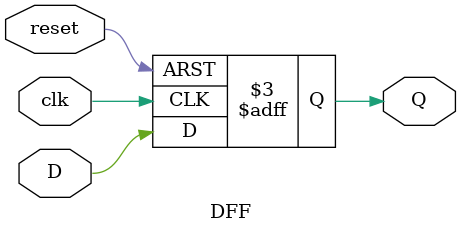
<source format=v>
`timescale 1ns / 10ps
module PD
(
	input en,
	input clk_ref,
	input clk_div,
	output Lead_Lag
);
	wire reset,Rst,up,down,S,R,d;
	DFF U0(.D(1'b1),.reset(reset),.clk(clk_div),.Q(up));
	DFF U1(.D(1'b1),.reset(reset),.clk(clk_ref),.Q(down));
	nand u5(Rst,up,down);
	and u7(reset,Rst,en);
	nand n1(S,up,R);
	nand n2(R,down,S);
	nand n3(Lead_Lag,S,d);
	nand n4(d,Lead_Lag,R);	
endmodule

module DFF
(
	input D,
	input reset,
	input clk,
	output reg Q
);
	always@(posedge clk or negedge reset)begin
		if(~reset)begin
			Q<=1'b0;
		end
		else begin
			Q<=D;
		end
	end
endmodule
</source>
